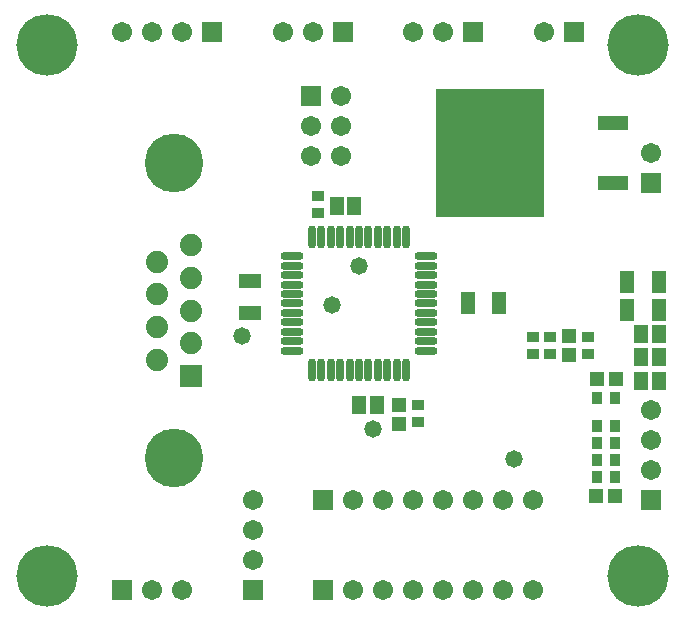
<source format=gts>
%FSDAX24Y24*%
%MOIN*%
%SFA1B1*%

%IPPOS*%
%ADD38O,0.076900X0.029700*%
%ADD39O,0.029700X0.076900*%
%ADD40R,0.035600X0.043400*%
%ADD41R,0.043400X0.035600*%
%ADD42R,0.047400X0.045400*%
%ADD43R,0.045400X0.047400*%
%ADD44R,0.051300X0.063100*%
%ADD45R,0.102500X0.049300*%
%ADD46R,0.358400X0.427300*%
%ADD47R,0.074900X0.051300*%
%ADD48R,0.051300X0.074900*%
%ADD49R,0.067100X0.067100*%
%ADD50C,0.067100*%
%ADD51R,0.067100X0.067100*%
%ADD52C,0.074500*%
%ADD53R,0.074500X0.074500*%
%ADD54C,0.195400*%
%ADD55C,0.058000*%
%ADD56C,0.204900*%
%LNmetr4810_pcb_c_layout-1*%
%LPD*%
G54D38*
X012624Y010675D03*
Y010360D03*
Y010045D03*
Y009730D03*
Y009415D03*
Y009100D03*
Y008785D03*
Y008470D03*
Y008155D03*
Y007840D03*
Y007525D03*
X008176D03*
Y007840D03*
Y008155D03*
Y008470D03*
Y008785D03*
Y009100D03*
Y009415D03*
Y009730D03*
Y010045D03*
Y010360D03*
Y010675D03*
G54D39*
X011975Y006876D03*
X011660D03*
X011345D03*
X011030D03*
X010715D03*
X010400D03*
X010085D03*
X009770D03*
X009455D03*
X009140D03*
X008825D03*
Y011324D03*
X009140D03*
X009455D03*
X009770D03*
X010085D03*
X010400D03*
X010715D03*
X011030D03*
X011345D03*
X011660D03*
X011975D03*
G54D40*
X018335Y003882D03*
X018926D03*
Y004454D03*
X018335D03*
Y005950D03*
X018926D03*
Y003309D03*
X018335D03*
Y005027D03*
X018926D03*
G54D41*
X012373Y005133D03*
Y005723D03*
X009043Y012690D03*
Y012099D03*
X016186Y007995D03*
Y007405D03*
X018041Y007995D03*
Y007405D03*
X016759D03*
Y007995D03*
G54D42*
X011731Y005093D03*
Y005723D03*
X017400Y007385D03*
Y008015D03*
G54D43*
X018335Y006591D03*
X018965D03*
X018315Y002668D03*
X018945D03*
G54D44*
X010405Y005700D03*
X010995D03*
X010245Y012350D03*
X009655D03*
X020394Y007299D03*
X019803D03*
X020394Y008068D03*
X019803D03*
X020394Y006529D03*
X019803D03*
G54D45*
X018850Y013100D03*
Y015100D03*
G54D46*
X014775Y014100D03*
G54D47*
X006750Y008769D03*
Y009832D03*
G54D48*
X014018Y009100D03*
X015081D03*
X019331Y008896D03*
X020394D03*
X019331Y009800D03*
X020394D03*
G54D49*
X008800Y016000D03*
X006858Y-000445D03*
X020130Y002555D03*
Y013100D03*
G54D50*
X009800Y016000D03*
X008800Y015000D03*
X009800D03*
X008800Y014000D03*
X009800D03*
X002500Y018161D03*
X003500D03*
X004500D03*
X013215D03*
X012215D03*
X008858D03*
X007858D03*
X006858Y002555D03*
Y001555D03*
Y000555D03*
X016573Y018161D03*
X010215Y002555D03*
X011215D03*
X012215D03*
X013215D03*
X014215D03*
X015215D03*
X016215D03*
X010215Y-000445D03*
X011215D03*
X012215D03*
X013215D03*
X014215D03*
X015215D03*
X016215D03*
X003500D03*
X004500D03*
X020130Y005555D03*
Y004555D03*
Y003555D03*
Y014100D03*
G54D51*
X005500Y018161D03*
X014215D03*
X009858D03*
X017573D03*
X009215Y002555D03*
Y-000445D03*
X002500D03*
G54D52*
X004799Y011039D03*
X003681Y010494D03*
X004799Y009949D03*
X003681Y009404D03*
X004799Y008858D03*
X003681Y008313D03*
X004799Y007768D03*
X003681Y007222D03*
G54D53*
X004799Y006677D03*
G54D54*
X004240Y003939D03*
Y013778D03*
G54D55*
X010400Y010350D03*
X010850Y004900D03*
X015552Y003900D03*
X009500Y009050D03*
X006500Y008000D03*
X014750Y014125D03*
Y015200D03*
Y013050D03*
G54D56*
X019685Y017717D03*
Y000000D03*
X000000Y017717D03*
Y000000D03*
M02*
</source>
